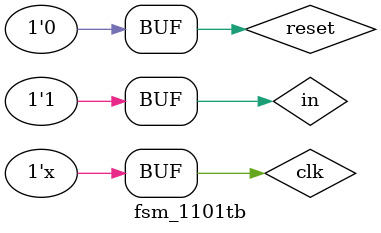
<source format=v>
`timescale 1ns / 1ps


module fsm_1101tb();
reg clk, in, reset;
wire out;
    
    fsm1101detector dut(.clk(clk), .in(in), .reset(reset), .out(out));
    
    initial clk = 1'b0;
    always #5 clk = ~clk;
    
    
    initial begin 
    reset = 1'b1;
    #10 reset = 1'b0;
    
    #10 in = 1'b1;  
    #10 in = 1'b1; 
    #10 in = 1'b0;
    #10 in = 1'b1;
    
    #10 in = 1'b1;  
        #10 in = 1'b1; 
        #10 in = 1'b0;
        #10 in = 1'b1;
         
         
     
    
       
    
   end
endmodule

</source>
